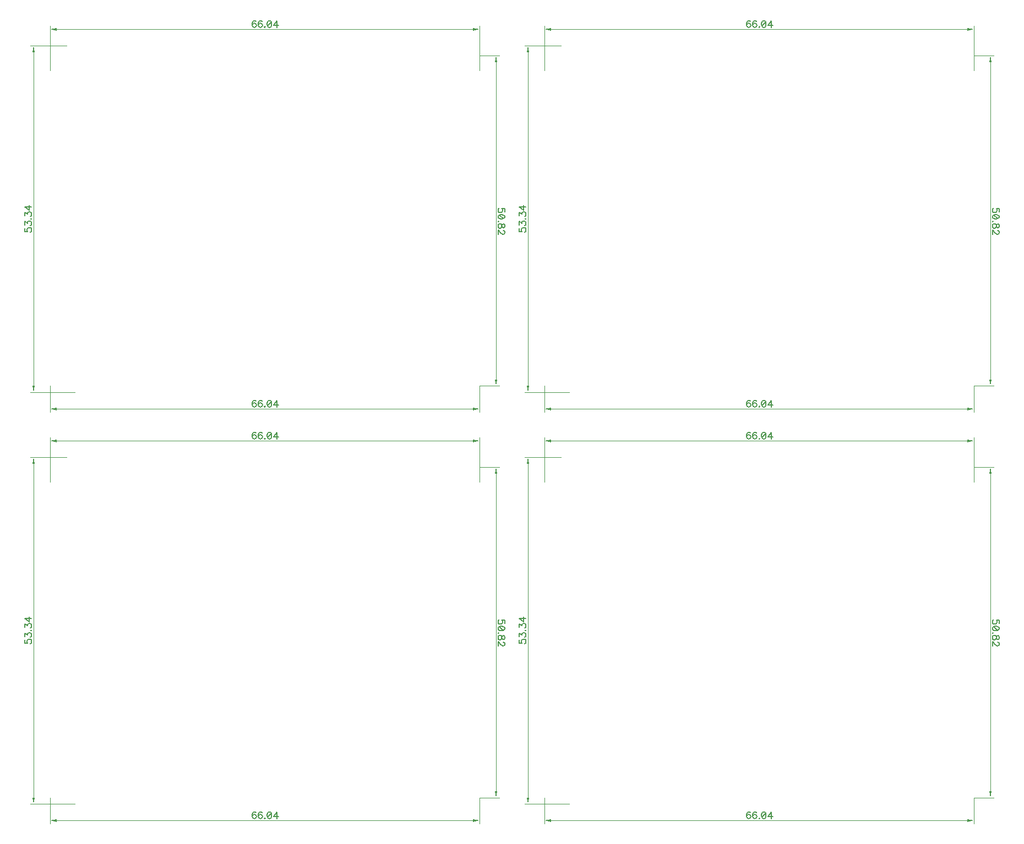
<source format=gbr>
G04 DipTrace 2.4.0.2*
%INTopDimension.gbr*%
%MOIN*%
%ADD13C,0.0014*%
%ADD49C,0.0062*%
%FSLAX44Y44*%
G04*
G70*
G90*
G75*
G01*
%LNTopDimension*%
%LPD*%
X29940Y23440D2*
D13*
Y26137D1*
X3940Y23440D2*
Y26137D1*
X16940Y25940D2*
X29546D1*
G36*
X29940D2*
X29546Y25861D1*
Y26019D1*
X29940Y25940D1*
G37*
X16940D2*
D13*
X4334D1*
G36*
X3940D2*
X4334Y26019D1*
Y25861D1*
X3940Y25940D1*
G37*
X4940Y24940D2*
D13*
X2743D1*
X5440Y3940D2*
X2743D1*
X2940Y14440D2*
Y24546D1*
G36*
Y24940D2*
X3019Y24546D1*
X2861D1*
X2940Y24940D1*
G37*
Y14440D2*
D13*
Y4334D1*
G36*
Y3940D2*
X2861Y4334D1*
X3019D1*
X2940Y3940D1*
G37*
X29940Y24340D2*
D13*
X31137D1*
X29940Y4334D2*
X31137D1*
X30940Y14337D2*
Y23946D1*
G36*
Y24340D2*
X31019Y23946D1*
X30861D1*
X30940Y24340D1*
G37*
Y14337D2*
D13*
Y4728D1*
G36*
Y4334D2*
X30861Y4728D1*
X31019D1*
X30940Y4334D1*
G37*
X3940D2*
D13*
Y2743D1*
X29940Y4334D2*
Y2743D1*
X16940Y2940D2*
X4334D1*
G36*
X3940D2*
X4334Y3019D1*
Y2861D1*
X3940Y2940D1*
G37*
X16940D2*
D13*
X29546D1*
G36*
X29940D2*
X29546Y2861D1*
Y3019D1*
X29940Y2940D1*
G37*
X16408Y26407D2*
D49*
X16389Y26445D1*
X16332Y26464D1*
X16294D1*
X16236Y26445D1*
X16198Y26387D1*
X16179Y26292D1*
Y26196D1*
X16198Y26120D1*
X16236Y26081D1*
X16294Y26062D1*
X16313D1*
X16370Y26081D1*
X16408Y26120D1*
X16427Y26177D1*
Y26196D1*
X16408Y26254D1*
X16370Y26292D1*
X16313Y26311D1*
X16294D1*
X16236Y26292D1*
X16198Y26254D1*
X16179Y26196D1*
X16780Y26407D2*
X16761Y26445D1*
X16704Y26464D1*
X16666D1*
X16608Y26445D1*
X16570Y26387D1*
X16551Y26292D1*
Y26196D1*
X16570Y26120D1*
X16608Y26081D1*
X16666Y26062D1*
X16685D1*
X16742Y26081D1*
X16780Y26120D1*
X16799Y26177D1*
Y26196D1*
X16780Y26254D1*
X16742Y26292D1*
X16685Y26311D1*
X16666D1*
X16608Y26292D1*
X16570Y26254D1*
X16551Y26196D1*
X16942Y26101D2*
X16923Y26081D1*
X16942Y26062D1*
X16961Y26081D1*
X16942Y26101D1*
X17200Y26464D2*
X17142Y26445D1*
X17104Y26387D1*
X17085Y26292D1*
Y26234D1*
X17104Y26139D1*
X17142Y26081D1*
X17200Y26062D1*
X17238D1*
X17295Y26081D1*
X17333Y26139D1*
X17353Y26234D1*
Y26292D1*
X17333Y26387D1*
X17295Y26445D1*
X17238Y26464D1*
X17200D1*
X17333Y26387D2*
X17104Y26139D1*
X17668Y26062D2*
Y26464D1*
X17476Y26196D1*
X17763D1*
X2417Y13889D2*
Y13698D1*
X2589Y13679D1*
X2570Y13698D1*
X2550Y13755D1*
Y13812D1*
X2570Y13870D1*
X2608Y13908D1*
X2665Y13927D1*
X2703D1*
X2761Y13908D1*
X2799Y13870D1*
X2818Y13812D1*
Y13755D1*
X2799Y13698D1*
X2780Y13679D1*
X2742Y13659D1*
X2417Y14089D2*
Y14299D1*
X2570Y14185D1*
Y14242D1*
X2589Y14280D1*
X2608Y14299D1*
X2665Y14319D1*
X2703D1*
X2761Y14299D1*
X2799Y14261D1*
X2818Y14204D1*
Y14146D1*
X2799Y14089D1*
X2780Y14070D1*
X2742Y14051D1*
X2780Y14461D2*
X2799Y14442D1*
X2818Y14461D1*
X2799Y14481D1*
X2780Y14461D1*
X2417Y14643D2*
Y14853D1*
X2570Y14738D1*
Y14796D1*
X2589Y14834D1*
X2608Y14853D1*
X2665Y14872D1*
X2703D1*
X2761Y14853D1*
X2799Y14815D1*
X2818Y14757D1*
Y14700D1*
X2799Y14643D1*
X2780Y14624D1*
X2742Y14604D1*
X2818Y15187D2*
X2417D1*
X2684Y14996D1*
Y15283D1*
X31464Y14879D2*
Y15070D1*
X31292Y15089D1*
X31311Y15070D1*
X31330Y15012D1*
Y14955D1*
X31311Y14898D1*
X31273Y14859D1*
X31215Y14840D1*
X31177D1*
X31120Y14859D1*
X31081Y14898D1*
X31062Y14955D1*
Y15012D1*
X31081Y15070D1*
X31101Y15089D1*
X31139Y15108D1*
X31464Y14602D2*
X31445Y14659D1*
X31387Y14698D1*
X31292Y14717D1*
X31234D1*
X31139Y14698D1*
X31081Y14659D1*
X31062Y14602D1*
Y14564D1*
X31081Y14506D1*
X31139Y14468D1*
X31234Y14449D1*
X31292D1*
X31387Y14468D1*
X31445Y14506D1*
X31464Y14564D1*
Y14602D1*
X31387Y14468D2*
X31139Y14698D1*
X31101Y14306D2*
X31081Y14325D1*
X31062Y14306D1*
X31081Y14287D1*
X31101Y14306D1*
X31464Y14068D2*
X31445Y14125D1*
X31407Y14144D1*
X31368D1*
X31330Y14125D1*
X31311Y14087D1*
X31292Y14010D1*
X31273Y13953D1*
X31234Y13915D1*
X31196Y13896D1*
X31139D1*
X31101Y13915D1*
X31081Y13934D1*
X31062Y13991D1*
Y14068D1*
X31081Y14125D1*
X31101Y14144D1*
X31139Y14163D1*
X31196D1*
X31234Y14144D1*
X31273Y14106D1*
X31292Y14049D1*
X31311Y13972D1*
X31330Y13934D1*
X31368Y13915D1*
X31407D1*
X31445Y13934D1*
X31464Y13991D1*
Y14068D1*
X31368Y13753D2*
X31387D1*
X31426Y13734D1*
X31445Y13715D1*
X31464Y13676D1*
Y13600D1*
X31445Y13562D1*
X31426Y13543D1*
X31387Y13523D1*
X31349D1*
X31311Y13543D1*
X31254Y13581D1*
X31062Y13772D1*
Y13504D1*
X16408Y3407D2*
X16389Y3445D1*
X16332Y3464D1*
X16294D1*
X16236Y3445D1*
X16198Y3387D1*
X16179Y3292D1*
Y3196D1*
X16198Y3120D1*
X16236Y3081D1*
X16294Y3062D1*
X16313D1*
X16370Y3081D1*
X16408Y3120D1*
X16427Y3177D1*
Y3196D1*
X16408Y3254D1*
X16370Y3292D1*
X16313Y3311D1*
X16294D1*
X16236Y3292D1*
X16198Y3254D1*
X16179Y3196D1*
X16780Y3407D2*
X16761Y3445D1*
X16704Y3464D1*
X16666D1*
X16608Y3445D1*
X16570Y3387D1*
X16551Y3292D1*
Y3196D1*
X16570Y3120D1*
X16608Y3081D1*
X16666Y3062D1*
X16685D1*
X16742Y3081D1*
X16780Y3120D1*
X16799Y3177D1*
Y3196D1*
X16780Y3254D1*
X16742Y3292D1*
X16685Y3311D1*
X16666D1*
X16608Y3292D1*
X16570Y3254D1*
X16551Y3196D1*
X16942Y3101D2*
X16923Y3081D1*
X16942Y3062D1*
X16961Y3081D1*
X16942Y3101D1*
X17200Y3464D2*
X17142Y3445D1*
X17104Y3387D1*
X17085Y3292D1*
Y3234D1*
X17104Y3139D1*
X17142Y3081D1*
X17200Y3062D1*
X17238D1*
X17295Y3081D1*
X17333Y3139D1*
X17353Y3234D1*
Y3292D1*
X17333Y3387D1*
X17295Y3445D1*
X17238Y3464D1*
X17200D1*
X17333Y3387D2*
X17104Y3139D1*
X17668Y3062D2*
Y3464D1*
X17476Y3196D1*
X17763D1*
X59877Y23440D2*
D13*
Y26137D1*
X33877Y23440D2*
Y26137D1*
X46877Y25940D2*
X59483D1*
G36*
X59877D2*
X59483Y25861D1*
Y26019D1*
X59877Y25940D1*
G37*
X46877D2*
D13*
X34271D1*
G36*
X33877D2*
X34271Y26019D1*
Y25861D1*
X33877Y25940D1*
G37*
X34877Y24940D2*
D13*
X32680D1*
X35377Y3940D2*
X32680D1*
X32877Y14440D2*
Y24546D1*
G36*
Y24940D2*
X32956Y24546D1*
X32798D1*
X32877Y24940D1*
G37*
Y14440D2*
D13*
Y4334D1*
G36*
Y3940D2*
X32798Y4334D1*
X32956D1*
X32877Y3940D1*
G37*
X59877Y24340D2*
D13*
X61074D1*
X59877Y4334D2*
X61074D1*
X60877Y14337D2*
Y23946D1*
G36*
Y24340D2*
X60956Y23946D1*
X60798D1*
X60877Y24340D1*
G37*
Y14337D2*
D13*
Y4728D1*
G36*
Y4334D2*
X60798Y4728D1*
X60956D1*
X60877Y4334D1*
G37*
X33877D2*
D13*
Y2743D1*
X59877Y4334D2*
Y2743D1*
X46877Y2940D2*
X34271D1*
G36*
X33877D2*
X34271Y3019D1*
Y2861D1*
X33877Y2940D1*
G37*
X46877D2*
D13*
X59483D1*
G36*
X59877D2*
X59483Y2861D1*
Y3019D1*
X59877Y2940D1*
G37*
X46345Y26407D2*
D49*
X46326Y26445D1*
X46269Y26464D1*
X46231D1*
X46173Y26445D1*
X46135Y26387D1*
X46116Y26292D1*
Y26196D1*
X46135Y26120D1*
X46173Y26081D1*
X46231Y26062D1*
X46250D1*
X46307Y26081D1*
X46345Y26120D1*
X46364Y26177D1*
Y26196D1*
X46345Y26254D1*
X46307Y26292D1*
X46250Y26311D1*
X46231D1*
X46173Y26292D1*
X46135Y26254D1*
X46116Y26196D1*
X46717Y26407D2*
X46698Y26445D1*
X46641Y26464D1*
X46603D1*
X46545Y26445D1*
X46507Y26387D1*
X46488Y26292D1*
Y26196D1*
X46507Y26120D1*
X46545Y26081D1*
X46603Y26062D1*
X46622D1*
X46679Y26081D1*
X46717Y26120D1*
X46736Y26177D1*
Y26196D1*
X46717Y26254D1*
X46679Y26292D1*
X46622Y26311D1*
X46603D1*
X46545Y26292D1*
X46507Y26254D1*
X46488Y26196D1*
X46879Y26101D2*
X46860Y26081D1*
X46879Y26062D1*
X46898Y26081D1*
X46879Y26101D1*
X47137Y26464D2*
X47079Y26445D1*
X47041Y26387D1*
X47022Y26292D1*
Y26234D1*
X47041Y26139D1*
X47079Y26081D1*
X47137Y26062D1*
X47175D1*
X47232Y26081D1*
X47270Y26139D1*
X47290Y26234D1*
Y26292D1*
X47270Y26387D1*
X47232Y26445D1*
X47175Y26464D1*
X47137D1*
X47270Y26387D2*
X47041Y26139D1*
X47605Y26062D2*
Y26464D1*
X47413Y26196D1*
X47700D1*
X32354Y13889D2*
Y13698D1*
X32526Y13679D1*
X32507Y13698D1*
X32487Y13755D1*
Y13812D1*
X32507Y13870D1*
X32545Y13908D1*
X32602Y13927D1*
X32640D1*
X32698Y13908D1*
X32736Y13870D1*
X32755Y13812D1*
Y13755D1*
X32736Y13698D1*
X32717Y13679D1*
X32679Y13659D1*
X32354Y14089D2*
Y14299D1*
X32507Y14185D1*
Y14242D1*
X32526Y14280D1*
X32545Y14299D1*
X32602Y14319D1*
X32640D1*
X32698Y14299D1*
X32736Y14261D1*
X32755Y14204D1*
Y14146D1*
X32736Y14089D1*
X32717Y14070D1*
X32679Y14051D1*
X32717Y14461D2*
X32736Y14442D1*
X32755Y14461D1*
X32736Y14481D1*
X32717Y14461D1*
X32354Y14643D2*
Y14853D1*
X32507Y14738D1*
Y14796D1*
X32526Y14834D1*
X32545Y14853D1*
X32602Y14872D1*
X32640D1*
X32698Y14853D1*
X32736Y14815D1*
X32755Y14757D1*
Y14700D1*
X32736Y14643D1*
X32717Y14624D1*
X32679Y14604D1*
X32755Y15187D2*
X32354D1*
X32621Y14996D1*
Y15283D1*
X61401Y14879D2*
Y15070D1*
X61229Y15089D1*
X61248Y15070D1*
X61267Y15012D1*
Y14955D1*
X61248Y14898D1*
X61210Y14859D1*
X61152Y14840D1*
X61114D1*
X61057Y14859D1*
X61018Y14898D1*
X60999Y14955D1*
Y15012D1*
X61018Y15070D1*
X61038Y15089D1*
X61076Y15108D1*
X61401Y14602D2*
X61382Y14659D1*
X61324Y14698D1*
X61229Y14717D1*
X61171D1*
X61076Y14698D1*
X61018Y14659D1*
X60999Y14602D1*
Y14564D1*
X61018Y14506D1*
X61076Y14468D1*
X61171Y14449D1*
X61229D1*
X61324Y14468D1*
X61382Y14506D1*
X61401Y14564D1*
Y14602D1*
X61324Y14468D2*
X61076Y14698D1*
X61038Y14306D2*
X61018Y14325D1*
X60999Y14306D1*
X61018Y14287D1*
X61038Y14306D1*
X61401Y14068D2*
X61382Y14125D1*
X61344Y14144D1*
X61305D1*
X61267Y14125D1*
X61248Y14087D1*
X61229Y14010D1*
X61210Y13953D1*
X61171Y13915D1*
X61133Y13896D1*
X61076D1*
X61038Y13915D1*
X61018Y13934D1*
X60999Y13991D1*
Y14068D1*
X61018Y14125D1*
X61038Y14144D1*
X61076Y14163D1*
X61133D1*
X61171Y14144D1*
X61210Y14106D1*
X61229Y14049D1*
X61248Y13972D1*
X61267Y13934D1*
X61305Y13915D1*
X61344D1*
X61382Y13934D1*
X61401Y13991D1*
Y14068D1*
X61305Y13753D2*
X61324D1*
X61363Y13734D1*
X61382Y13715D1*
X61401Y13676D1*
Y13600D1*
X61382Y13562D1*
X61363Y13543D1*
X61324Y13523D1*
X61286D1*
X61248Y13543D1*
X61191Y13581D1*
X60999Y13772D1*
Y13504D1*
X46345Y3407D2*
X46326Y3445D1*
X46269Y3464D1*
X46231D1*
X46173Y3445D1*
X46135Y3387D1*
X46116Y3292D1*
Y3196D1*
X46135Y3120D1*
X46173Y3081D1*
X46231Y3062D1*
X46250D1*
X46307Y3081D1*
X46345Y3120D1*
X46364Y3177D1*
Y3196D1*
X46345Y3254D1*
X46307Y3292D1*
X46250Y3311D1*
X46231D1*
X46173Y3292D1*
X46135Y3254D1*
X46116Y3196D1*
X46717Y3407D2*
X46698Y3445D1*
X46641Y3464D1*
X46603D1*
X46545Y3445D1*
X46507Y3387D1*
X46488Y3292D1*
Y3196D1*
X46507Y3120D1*
X46545Y3081D1*
X46603Y3062D1*
X46622D1*
X46679Y3081D1*
X46717Y3120D1*
X46736Y3177D1*
Y3196D1*
X46717Y3254D1*
X46679Y3292D1*
X46622Y3311D1*
X46603D1*
X46545Y3292D1*
X46507Y3254D1*
X46488Y3196D1*
X46879Y3101D2*
X46860Y3081D1*
X46879Y3062D1*
X46898Y3081D1*
X46879Y3101D1*
X47137Y3464D2*
X47079Y3445D1*
X47041Y3387D1*
X47022Y3292D1*
Y3234D1*
X47041Y3139D1*
X47079Y3081D1*
X47137Y3062D1*
X47175D1*
X47232Y3081D1*
X47270Y3139D1*
X47290Y3234D1*
Y3292D1*
X47270Y3387D1*
X47232Y3445D1*
X47175Y3464D1*
X47137D1*
X47270Y3387D2*
X47041Y3139D1*
X47605Y3062D2*
Y3464D1*
X47413Y3196D1*
X47700D1*
X29940Y48377D2*
D13*
Y51074D1*
X3940Y48377D2*
Y51074D1*
X16940Y50877D2*
X29546D1*
G36*
X29940D2*
X29546Y50798D1*
Y50956D1*
X29940Y50877D1*
G37*
X16940D2*
D13*
X4334D1*
G36*
X3940D2*
X4334Y50956D1*
Y50798D1*
X3940Y50877D1*
G37*
X4940Y49877D2*
D13*
X2743D1*
X5440Y28877D2*
X2743D1*
X2940Y39377D2*
Y49483D1*
G36*
Y49877D2*
X3019Y49483D1*
X2861D1*
X2940Y49877D1*
G37*
Y39377D2*
D13*
Y29271D1*
G36*
Y28877D2*
X2861Y29271D1*
X3019D1*
X2940Y28877D1*
G37*
X29940Y49277D2*
D13*
X31137D1*
X29940Y29271D2*
X31137D1*
X30940Y39274D2*
Y48883D1*
G36*
Y49277D2*
X31019Y48883D1*
X30861D1*
X30940Y49277D1*
G37*
Y39274D2*
D13*
Y29665D1*
G36*
Y29271D2*
X30861Y29665D1*
X31019D1*
X30940Y29271D1*
G37*
X3940D2*
D13*
Y27680D1*
X29940Y29271D2*
Y27680D1*
X16940Y27877D2*
X4334D1*
G36*
X3940D2*
X4334Y27956D1*
Y27798D1*
X3940Y27877D1*
G37*
X16940D2*
D13*
X29546D1*
G36*
X29940D2*
X29546Y27798D1*
Y27956D1*
X29940Y27877D1*
G37*
X16408Y51344D2*
D49*
X16389Y51382D1*
X16332Y51401D1*
X16294D1*
X16236Y51382D1*
X16198Y51324D1*
X16179Y51229D1*
Y51133D1*
X16198Y51057D1*
X16236Y51018D1*
X16294Y50999D1*
X16313D1*
X16370Y51018D1*
X16408Y51057D1*
X16427Y51114D1*
Y51133D1*
X16408Y51191D1*
X16370Y51229D1*
X16313Y51248D1*
X16294D1*
X16236Y51229D1*
X16198Y51191D1*
X16179Y51133D1*
X16780Y51344D2*
X16761Y51382D1*
X16704Y51401D1*
X16666D1*
X16608Y51382D1*
X16570Y51324D1*
X16551Y51229D1*
Y51133D1*
X16570Y51057D1*
X16608Y51018D1*
X16666Y50999D1*
X16685D1*
X16742Y51018D1*
X16780Y51057D1*
X16799Y51114D1*
Y51133D1*
X16780Y51191D1*
X16742Y51229D1*
X16685Y51248D1*
X16666D1*
X16608Y51229D1*
X16570Y51191D1*
X16551Y51133D1*
X16942Y51038D2*
X16923Y51018D1*
X16942Y50999D1*
X16961Y51018D1*
X16942Y51038D1*
X17200Y51401D2*
X17142Y51382D1*
X17104Y51324D1*
X17085Y51229D1*
Y51171D1*
X17104Y51076D1*
X17142Y51018D1*
X17200Y50999D1*
X17238D1*
X17295Y51018D1*
X17333Y51076D1*
X17353Y51171D1*
Y51229D1*
X17333Y51324D1*
X17295Y51382D1*
X17238Y51401D1*
X17200D1*
X17333Y51324D2*
X17104Y51076D1*
X17668Y50999D2*
Y51401D1*
X17476Y51133D1*
X17763D1*
X2417Y38826D2*
Y38635D1*
X2589Y38616D1*
X2570Y38635D1*
X2550Y38692D1*
Y38749D1*
X2570Y38807D1*
X2608Y38845D1*
X2665Y38864D1*
X2703D1*
X2761Y38845D1*
X2799Y38807D1*
X2818Y38749D1*
Y38692D1*
X2799Y38635D1*
X2780Y38616D1*
X2742Y38596D1*
X2417Y39026D2*
Y39236D1*
X2570Y39122D1*
Y39179D1*
X2589Y39217D1*
X2608Y39236D1*
X2665Y39256D1*
X2703D1*
X2761Y39236D1*
X2799Y39198D1*
X2818Y39141D1*
Y39083D1*
X2799Y39026D1*
X2780Y39007D1*
X2742Y38988D1*
X2780Y39398D2*
X2799Y39379D1*
X2818Y39398D1*
X2799Y39418D1*
X2780Y39398D1*
X2417Y39580D2*
Y39790D1*
X2570Y39675D1*
Y39733D1*
X2589Y39771D1*
X2608Y39790D1*
X2665Y39809D1*
X2703D1*
X2761Y39790D1*
X2799Y39752D1*
X2818Y39694D1*
Y39637D1*
X2799Y39580D1*
X2780Y39561D1*
X2742Y39541D1*
X2818Y40124D2*
X2417D1*
X2684Y39933D1*
Y40220D1*
X31464Y39816D2*
Y40007D1*
X31292Y40026D1*
X31311Y40007D1*
X31330Y39949D1*
Y39892D1*
X31311Y39835D1*
X31273Y39796D1*
X31215Y39777D1*
X31177D1*
X31120Y39796D1*
X31081Y39835D1*
X31062Y39892D1*
Y39949D1*
X31081Y40007D1*
X31101Y40026D1*
X31139Y40045D1*
X31464Y39539D2*
X31445Y39596D1*
X31387Y39635D1*
X31292Y39654D1*
X31234D1*
X31139Y39635D1*
X31081Y39596D1*
X31062Y39539D1*
Y39501D1*
X31081Y39443D1*
X31139Y39405D1*
X31234Y39386D1*
X31292D1*
X31387Y39405D1*
X31445Y39443D1*
X31464Y39501D1*
Y39539D1*
X31387Y39405D2*
X31139Y39635D1*
X31101Y39243D2*
X31081Y39262D1*
X31062Y39243D1*
X31081Y39224D1*
X31101Y39243D1*
X31464Y39005D2*
X31445Y39062D1*
X31407Y39081D1*
X31368D1*
X31330Y39062D1*
X31311Y39024D1*
X31292Y38947D1*
X31273Y38890D1*
X31234Y38852D1*
X31196Y38833D1*
X31139D1*
X31101Y38852D1*
X31081Y38871D1*
X31062Y38928D1*
Y39005D1*
X31081Y39062D1*
X31101Y39081D1*
X31139Y39100D1*
X31196D1*
X31234Y39081D1*
X31273Y39043D1*
X31292Y38986D1*
X31311Y38909D1*
X31330Y38871D1*
X31368Y38852D1*
X31407D1*
X31445Y38871D1*
X31464Y38928D1*
Y39005D1*
X31368Y38690D2*
X31387D1*
X31426Y38671D1*
X31445Y38652D1*
X31464Y38613D1*
Y38537D1*
X31445Y38499D1*
X31426Y38480D1*
X31387Y38460D1*
X31349D1*
X31311Y38480D1*
X31254Y38518D1*
X31062Y38709D1*
Y38441D1*
X16408Y28344D2*
X16389Y28382D1*
X16332Y28401D1*
X16294D1*
X16236Y28382D1*
X16198Y28324D1*
X16179Y28229D1*
Y28133D1*
X16198Y28057D1*
X16236Y28018D1*
X16294Y27999D1*
X16313D1*
X16370Y28018D1*
X16408Y28057D1*
X16427Y28114D1*
Y28133D1*
X16408Y28191D1*
X16370Y28229D1*
X16313Y28248D1*
X16294D1*
X16236Y28229D1*
X16198Y28191D1*
X16179Y28133D1*
X16780Y28344D2*
X16761Y28382D1*
X16704Y28401D1*
X16666D1*
X16608Y28382D1*
X16570Y28324D1*
X16551Y28229D1*
Y28133D1*
X16570Y28057D1*
X16608Y28018D1*
X16666Y27999D1*
X16685D1*
X16742Y28018D1*
X16780Y28057D1*
X16799Y28114D1*
Y28133D1*
X16780Y28191D1*
X16742Y28229D1*
X16685Y28248D1*
X16666D1*
X16608Y28229D1*
X16570Y28191D1*
X16551Y28133D1*
X16942Y28038D2*
X16923Y28018D1*
X16942Y27999D1*
X16961Y28018D1*
X16942Y28038D1*
X17200Y28401D2*
X17142Y28382D1*
X17104Y28324D1*
X17085Y28229D1*
Y28171D1*
X17104Y28076D1*
X17142Y28018D1*
X17200Y27999D1*
X17238D1*
X17295Y28018D1*
X17333Y28076D1*
X17353Y28171D1*
Y28229D1*
X17333Y28324D1*
X17295Y28382D1*
X17238Y28401D1*
X17200D1*
X17333Y28324D2*
X17104Y28076D1*
X17668Y27999D2*
Y28401D1*
X17476Y28133D1*
X17763D1*
X59877Y48377D2*
D13*
Y51074D1*
X33877Y48377D2*
Y51074D1*
X46877Y50877D2*
X59483D1*
G36*
X59877D2*
X59483Y50798D1*
Y50956D1*
X59877Y50877D1*
G37*
X46877D2*
D13*
X34271D1*
G36*
X33877D2*
X34271Y50956D1*
Y50798D1*
X33877Y50877D1*
G37*
X34877Y49877D2*
D13*
X32680D1*
X35377Y28877D2*
X32680D1*
X32877Y39377D2*
Y49483D1*
G36*
Y49877D2*
X32956Y49483D1*
X32798D1*
X32877Y49877D1*
G37*
Y39377D2*
D13*
Y29271D1*
G36*
Y28877D2*
X32798Y29271D1*
X32956D1*
X32877Y28877D1*
G37*
X59877Y49277D2*
D13*
X61074D1*
X59877Y29271D2*
X61074D1*
X60877Y39274D2*
Y48883D1*
G36*
Y49277D2*
X60956Y48883D1*
X60798D1*
X60877Y49277D1*
G37*
Y39274D2*
D13*
Y29665D1*
G36*
Y29271D2*
X60798Y29665D1*
X60956D1*
X60877Y29271D1*
G37*
X33877D2*
D13*
Y27680D1*
X59877Y29271D2*
Y27680D1*
X46877Y27877D2*
X34271D1*
G36*
X33877D2*
X34271Y27956D1*
Y27798D1*
X33877Y27877D1*
G37*
X46877D2*
D13*
X59483D1*
G36*
X59877D2*
X59483Y27798D1*
Y27956D1*
X59877Y27877D1*
G37*
X46345Y51344D2*
D49*
X46326Y51382D1*
X46269Y51401D1*
X46231D1*
X46173Y51382D1*
X46135Y51324D1*
X46116Y51229D1*
Y51133D1*
X46135Y51057D1*
X46173Y51018D1*
X46231Y50999D1*
X46250D1*
X46307Y51018D1*
X46345Y51057D1*
X46364Y51114D1*
Y51133D1*
X46345Y51191D1*
X46307Y51229D1*
X46250Y51248D1*
X46231D1*
X46173Y51229D1*
X46135Y51191D1*
X46116Y51133D1*
X46717Y51344D2*
X46698Y51382D1*
X46641Y51401D1*
X46603D1*
X46545Y51382D1*
X46507Y51324D1*
X46488Y51229D1*
Y51133D1*
X46507Y51057D1*
X46545Y51018D1*
X46603Y50999D1*
X46622D1*
X46679Y51018D1*
X46717Y51057D1*
X46736Y51114D1*
Y51133D1*
X46717Y51191D1*
X46679Y51229D1*
X46622Y51248D1*
X46603D1*
X46545Y51229D1*
X46507Y51191D1*
X46488Y51133D1*
X46879Y51038D2*
X46860Y51018D1*
X46879Y50999D1*
X46898Y51018D1*
X46879Y51038D1*
X47137Y51401D2*
X47079Y51382D1*
X47041Y51324D1*
X47022Y51229D1*
Y51171D1*
X47041Y51076D1*
X47079Y51018D1*
X47137Y50999D1*
X47175D1*
X47232Y51018D1*
X47270Y51076D1*
X47290Y51171D1*
Y51229D1*
X47270Y51324D1*
X47232Y51382D1*
X47175Y51401D1*
X47137D1*
X47270Y51324D2*
X47041Y51076D1*
X47605Y50999D2*
Y51401D1*
X47413Y51133D1*
X47700D1*
X32354Y38826D2*
Y38635D1*
X32526Y38616D1*
X32507Y38635D1*
X32487Y38692D1*
Y38749D1*
X32507Y38807D1*
X32545Y38845D1*
X32602Y38864D1*
X32640D1*
X32698Y38845D1*
X32736Y38807D1*
X32755Y38749D1*
Y38692D1*
X32736Y38635D1*
X32717Y38616D1*
X32679Y38596D1*
X32354Y39026D2*
Y39236D1*
X32507Y39122D1*
Y39179D1*
X32526Y39217D1*
X32545Y39236D1*
X32602Y39256D1*
X32640D1*
X32698Y39236D1*
X32736Y39198D1*
X32755Y39141D1*
Y39083D1*
X32736Y39026D1*
X32717Y39007D1*
X32679Y38988D1*
X32717Y39398D2*
X32736Y39379D1*
X32755Y39398D1*
X32736Y39418D1*
X32717Y39398D1*
X32354Y39580D2*
Y39790D1*
X32507Y39675D1*
Y39733D1*
X32526Y39771D1*
X32545Y39790D1*
X32602Y39809D1*
X32640D1*
X32698Y39790D1*
X32736Y39752D1*
X32755Y39694D1*
Y39637D1*
X32736Y39580D1*
X32717Y39561D1*
X32679Y39541D1*
X32755Y40124D2*
X32354D1*
X32621Y39933D1*
Y40220D1*
X61401Y39816D2*
Y40007D1*
X61229Y40026D1*
X61248Y40007D1*
X61267Y39949D1*
Y39892D1*
X61248Y39835D1*
X61210Y39796D1*
X61152Y39777D1*
X61114D1*
X61057Y39796D1*
X61018Y39835D1*
X60999Y39892D1*
Y39949D1*
X61018Y40007D1*
X61038Y40026D1*
X61076Y40045D1*
X61401Y39539D2*
X61382Y39596D1*
X61324Y39635D1*
X61229Y39654D1*
X61171D1*
X61076Y39635D1*
X61018Y39596D1*
X60999Y39539D1*
Y39501D1*
X61018Y39443D1*
X61076Y39405D1*
X61171Y39386D1*
X61229D1*
X61324Y39405D1*
X61382Y39443D1*
X61401Y39501D1*
Y39539D1*
X61324Y39405D2*
X61076Y39635D1*
X61038Y39243D2*
X61018Y39262D1*
X60999Y39243D1*
X61018Y39224D1*
X61038Y39243D1*
X61401Y39005D2*
X61382Y39062D1*
X61344Y39081D1*
X61305D1*
X61267Y39062D1*
X61248Y39024D1*
X61229Y38947D1*
X61210Y38890D1*
X61171Y38852D1*
X61133Y38833D1*
X61076D1*
X61038Y38852D1*
X61018Y38871D1*
X60999Y38928D1*
Y39005D1*
X61018Y39062D1*
X61038Y39081D1*
X61076Y39100D1*
X61133D1*
X61171Y39081D1*
X61210Y39043D1*
X61229Y38986D1*
X61248Y38909D1*
X61267Y38871D1*
X61305Y38852D1*
X61344D1*
X61382Y38871D1*
X61401Y38928D1*
Y39005D1*
X61305Y38690D2*
X61324D1*
X61363Y38671D1*
X61382Y38652D1*
X61401Y38613D1*
Y38537D1*
X61382Y38499D1*
X61363Y38480D1*
X61324Y38460D1*
X61286D1*
X61248Y38480D1*
X61191Y38518D1*
X60999Y38709D1*
Y38441D1*
X46345Y28344D2*
X46326Y28382D1*
X46269Y28401D1*
X46231D1*
X46173Y28382D1*
X46135Y28324D1*
X46116Y28229D1*
Y28133D1*
X46135Y28057D1*
X46173Y28018D1*
X46231Y27999D1*
X46250D1*
X46307Y28018D1*
X46345Y28057D1*
X46364Y28114D1*
Y28133D1*
X46345Y28191D1*
X46307Y28229D1*
X46250Y28248D1*
X46231D1*
X46173Y28229D1*
X46135Y28191D1*
X46116Y28133D1*
X46717Y28344D2*
X46698Y28382D1*
X46641Y28401D1*
X46603D1*
X46545Y28382D1*
X46507Y28324D1*
X46488Y28229D1*
Y28133D1*
X46507Y28057D1*
X46545Y28018D1*
X46603Y27999D1*
X46622D1*
X46679Y28018D1*
X46717Y28057D1*
X46736Y28114D1*
Y28133D1*
X46717Y28191D1*
X46679Y28229D1*
X46622Y28248D1*
X46603D1*
X46545Y28229D1*
X46507Y28191D1*
X46488Y28133D1*
X46879Y28038D2*
X46860Y28018D1*
X46879Y27999D1*
X46898Y28018D1*
X46879Y28038D1*
X47137Y28401D2*
X47079Y28382D1*
X47041Y28324D1*
X47022Y28229D1*
Y28171D1*
X47041Y28076D1*
X47079Y28018D1*
X47137Y27999D1*
X47175D1*
X47232Y28018D1*
X47270Y28076D1*
X47290Y28171D1*
Y28229D1*
X47270Y28324D1*
X47232Y28382D1*
X47175Y28401D1*
X47137D1*
X47270Y28324D2*
X47041Y28076D1*
X47605Y27999D2*
Y28401D1*
X47413Y28133D1*
X47700D1*
M02*

</source>
